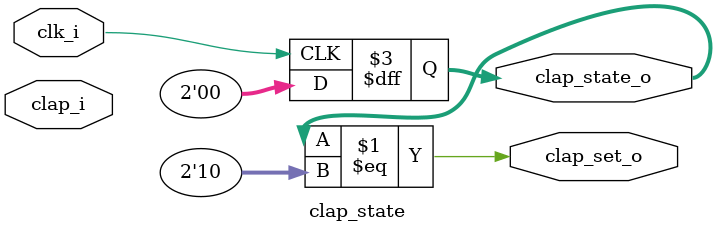
<source format=v>
`timescale 1ns / 1ps

module clap_state (
    input clk_i,
    input clap_i,
    output reg [1:0] clap_state_o,
    output clap_set_o
);
    localparam [1:0]
        CLAP_ZERO = 2'b00,
        CLAP_ONE = 2'b01,
        CLAP_TWO = 2'b10;

    assign clap_set_o = (clap_state_o == CLAP_TWO);
    
    always @(posedge clk_i) begin
        clap_state_o <= CLAP_ZERO;
    end
    
endmodule
</source>
